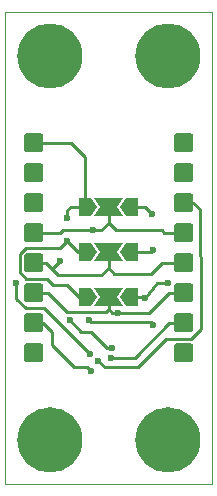
<source format=gbl>
G04 #@! TF.GenerationSoftware,KiCad,Pcbnew,(5.1.5-0-10_14)*
G04 #@! TF.CreationDate,2020-04-10T20:26:08+03:00*
G04 #@! TF.ProjectId,connector-breakout-a1,636f6e6e-6563-4746-9f72-2d627265616b,rev?*
G04 #@! TF.SameCoordinates,Original*
G04 #@! TF.FileFunction,Copper,L2,Bot*
G04 #@! TF.FilePolarity,Positive*
%FSLAX46Y46*%
G04 Gerber Fmt 4.6, Leading zero omitted, Abs format (unit mm)*
G04 Created by KiCad (PCBNEW (5.1.5-0-10_14)) date 2020-04-10 20:26:08*
%MOMM*%
%LPD*%
G04 APERTURE LIST*
%ADD10C,0.010000*%
%ADD11C,0.100000*%
%ADD12C,5.500000*%
%ADD13C,0.700000*%
%ADD14C,0.600000*%
%ADD15C,0.250000*%
G04 APERTURE END LIST*
D10*
X100749999Y-110990000D02*
X83250001Y-110990000D01*
X83250001Y-110990000D02*
X83250000Y-70990000D01*
X100750001Y-70990000D02*
X100749999Y-110990000D01*
X83250000Y-70990000D02*
X100750000Y-70990000D01*
G04 #@! TA.AperFunction,ComponentPad*
D11*
G36*
X86269603Y-99080963D02*
G01*
X86289018Y-99083843D01*
X86308057Y-99088612D01*
X86326537Y-99095224D01*
X86344279Y-99103616D01*
X86361114Y-99113706D01*
X86376879Y-99125398D01*
X86391421Y-99138579D01*
X86404602Y-99153121D01*
X86416294Y-99168886D01*
X86426384Y-99185721D01*
X86434776Y-99203463D01*
X86441388Y-99221943D01*
X86446157Y-99240982D01*
X86449037Y-99260397D01*
X86450000Y-99280000D01*
X86450000Y-100480000D01*
X86449037Y-100499603D01*
X86446157Y-100519018D01*
X86441388Y-100538057D01*
X86434776Y-100556537D01*
X86426384Y-100574279D01*
X86416294Y-100591114D01*
X86404602Y-100606879D01*
X86391421Y-100621421D01*
X86376879Y-100634602D01*
X86361114Y-100646294D01*
X86344279Y-100656384D01*
X86326537Y-100664776D01*
X86308057Y-100671388D01*
X86289018Y-100676157D01*
X86269603Y-100679037D01*
X86250000Y-100680000D01*
X85050000Y-100680000D01*
X85030397Y-100679037D01*
X85010982Y-100676157D01*
X84991943Y-100671388D01*
X84973463Y-100664776D01*
X84955721Y-100656384D01*
X84938886Y-100646294D01*
X84923121Y-100634602D01*
X84908579Y-100621421D01*
X84895398Y-100606879D01*
X84883706Y-100591114D01*
X84873616Y-100574279D01*
X84865224Y-100556537D01*
X84858612Y-100538057D01*
X84853843Y-100519018D01*
X84850963Y-100499603D01*
X84850000Y-100480000D01*
X84850000Y-99280000D01*
X84850963Y-99260397D01*
X84853843Y-99240982D01*
X84858612Y-99221943D01*
X84865224Y-99203463D01*
X84873616Y-99185721D01*
X84883706Y-99168886D01*
X84895398Y-99153121D01*
X84908579Y-99138579D01*
X84923121Y-99125398D01*
X84938886Y-99113706D01*
X84955721Y-99103616D01*
X84973463Y-99095224D01*
X84991943Y-99088612D01*
X85010982Y-99083843D01*
X85030397Y-99080963D01*
X85050000Y-99080000D01*
X86250000Y-99080000D01*
X86269603Y-99080963D01*
G37*
G04 #@! TD.AperFunction*
G04 #@! TA.AperFunction,ComponentPad*
G36*
X86269603Y-96540963D02*
G01*
X86289018Y-96543843D01*
X86308057Y-96548612D01*
X86326537Y-96555224D01*
X86344279Y-96563616D01*
X86361114Y-96573706D01*
X86376879Y-96585398D01*
X86391421Y-96598579D01*
X86404602Y-96613121D01*
X86416294Y-96628886D01*
X86426384Y-96645721D01*
X86434776Y-96663463D01*
X86441388Y-96681943D01*
X86446157Y-96700982D01*
X86449037Y-96720397D01*
X86450000Y-96740000D01*
X86450000Y-97940000D01*
X86449037Y-97959603D01*
X86446157Y-97979018D01*
X86441388Y-97998057D01*
X86434776Y-98016537D01*
X86426384Y-98034279D01*
X86416294Y-98051114D01*
X86404602Y-98066879D01*
X86391421Y-98081421D01*
X86376879Y-98094602D01*
X86361114Y-98106294D01*
X86344279Y-98116384D01*
X86326537Y-98124776D01*
X86308057Y-98131388D01*
X86289018Y-98136157D01*
X86269603Y-98139037D01*
X86250000Y-98140000D01*
X85050000Y-98140000D01*
X85030397Y-98139037D01*
X85010982Y-98136157D01*
X84991943Y-98131388D01*
X84973463Y-98124776D01*
X84955721Y-98116384D01*
X84938886Y-98106294D01*
X84923121Y-98094602D01*
X84908579Y-98081421D01*
X84895398Y-98066879D01*
X84883706Y-98051114D01*
X84873616Y-98034279D01*
X84865224Y-98016537D01*
X84858612Y-97998057D01*
X84853843Y-97979018D01*
X84850963Y-97959603D01*
X84850000Y-97940000D01*
X84850000Y-96740000D01*
X84850963Y-96720397D01*
X84853843Y-96700982D01*
X84858612Y-96681943D01*
X84865224Y-96663463D01*
X84873616Y-96645721D01*
X84883706Y-96628886D01*
X84895398Y-96613121D01*
X84908579Y-96598579D01*
X84923121Y-96585398D01*
X84938886Y-96573706D01*
X84955721Y-96563616D01*
X84973463Y-96555224D01*
X84991943Y-96548612D01*
X85010982Y-96543843D01*
X85030397Y-96540963D01*
X85050000Y-96540000D01*
X86250000Y-96540000D01*
X86269603Y-96540963D01*
G37*
G04 #@! TD.AperFunction*
G04 #@! TA.AperFunction,ComponentPad*
G36*
X86269603Y-94000963D02*
G01*
X86289018Y-94003843D01*
X86308057Y-94008612D01*
X86326537Y-94015224D01*
X86344279Y-94023616D01*
X86361114Y-94033706D01*
X86376879Y-94045398D01*
X86391421Y-94058579D01*
X86404602Y-94073121D01*
X86416294Y-94088886D01*
X86426384Y-94105721D01*
X86434776Y-94123463D01*
X86441388Y-94141943D01*
X86446157Y-94160982D01*
X86449037Y-94180397D01*
X86450000Y-94200000D01*
X86450000Y-95400000D01*
X86449037Y-95419603D01*
X86446157Y-95439018D01*
X86441388Y-95458057D01*
X86434776Y-95476537D01*
X86426384Y-95494279D01*
X86416294Y-95511114D01*
X86404602Y-95526879D01*
X86391421Y-95541421D01*
X86376879Y-95554602D01*
X86361114Y-95566294D01*
X86344279Y-95576384D01*
X86326537Y-95584776D01*
X86308057Y-95591388D01*
X86289018Y-95596157D01*
X86269603Y-95599037D01*
X86250000Y-95600000D01*
X85050000Y-95600000D01*
X85030397Y-95599037D01*
X85010982Y-95596157D01*
X84991943Y-95591388D01*
X84973463Y-95584776D01*
X84955721Y-95576384D01*
X84938886Y-95566294D01*
X84923121Y-95554602D01*
X84908579Y-95541421D01*
X84895398Y-95526879D01*
X84883706Y-95511114D01*
X84873616Y-95494279D01*
X84865224Y-95476537D01*
X84858612Y-95458057D01*
X84853843Y-95439018D01*
X84850963Y-95419603D01*
X84850000Y-95400000D01*
X84850000Y-94200000D01*
X84850963Y-94180397D01*
X84853843Y-94160982D01*
X84858612Y-94141943D01*
X84865224Y-94123463D01*
X84873616Y-94105721D01*
X84883706Y-94088886D01*
X84895398Y-94073121D01*
X84908579Y-94058579D01*
X84923121Y-94045398D01*
X84938886Y-94033706D01*
X84955721Y-94023616D01*
X84973463Y-94015224D01*
X84991943Y-94008612D01*
X85010982Y-94003843D01*
X85030397Y-94000963D01*
X85050000Y-94000000D01*
X86250000Y-94000000D01*
X86269603Y-94000963D01*
G37*
G04 #@! TD.AperFunction*
G04 #@! TA.AperFunction,ComponentPad*
G36*
X86269603Y-91460963D02*
G01*
X86289018Y-91463843D01*
X86308057Y-91468612D01*
X86326537Y-91475224D01*
X86344279Y-91483616D01*
X86361114Y-91493706D01*
X86376879Y-91505398D01*
X86391421Y-91518579D01*
X86404602Y-91533121D01*
X86416294Y-91548886D01*
X86426384Y-91565721D01*
X86434776Y-91583463D01*
X86441388Y-91601943D01*
X86446157Y-91620982D01*
X86449037Y-91640397D01*
X86450000Y-91660000D01*
X86450000Y-92860000D01*
X86449037Y-92879603D01*
X86446157Y-92899018D01*
X86441388Y-92918057D01*
X86434776Y-92936537D01*
X86426384Y-92954279D01*
X86416294Y-92971114D01*
X86404602Y-92986879D01*
X86391421Y-93001421D01*
X86376879Y-93014602D01*
X86361114Y-93026294D01*
X86344279Y-93036384D01*
X86326537Y-93044776D01*
X86308057Y-93051388D01*
X86289018Y-93056157D01*
X86269603Y-93059037D01*
X86250000Y-93060000D01*
X85050000Y-93060000D01*
X85030397Y-93059037D01*
X85010982Y-93056157D01*
X84991943Y-93051388D01*
X84973463Y-93044776D01*
X84955721Y-93036384D01*
X84938886Y-93026294D01*
X84923121Y-93014602D01*
X84908579Y-93001421D01*
X84895398Y-92986879D01*
X84883706Y-92971114D01*
X84873616Y-92954279D01*
X84865224Y-92936537D01*
X84858612Y-92918057D01*
X84853843Y-92899018D01*
X84850963Y-92879603D01*
X84850000Y-92860000D01*
X84850000Y-91660000D01*
X84850963Y-91640397D01*
X84853843Y-91620982D01*
X84858612Y-91601943D01*
X84865224Y-91583463D01*
X84873616Y-91565721D01*
X84883706Y-91548886D01*
X84895398Y-91533121D01*
X84908579Y-91518579D01*
X84923121Y-91505398D01*
X84938886Y-91493706D01*
X84955721Y-91483616D01*
X84973463Y-91475224D01*
X84991943Y-91468612D01*
X85010982Y-91463843D01*
X85030397Y-91460963D01*
X85050000Y-91460000D01*
X86250000Y-91460000D01*
X86269603Y-91460963D01*
G37*
G04 #@! TD.AperFunction*
G04 #@! TA.AperFunction,ComponentPad*
G36*
X86269603Y-88920963D02*
G01*
X86289018Y-88923843D01*
X86308057Y-88928612D01*
X86326537Y-88935224D01*
X86344279Y-88943616D01*
X86361114Y-88953706D01*
X86376879Y-88965398D01*
X86391421Y-88978579D01*
X86404602Y-88993121D01*
X86416294Y-89008886D01*
X86426384Y-89025721D01*
X86434776Y-89043463D01*
X86441388Y-89061943D01*
X86446157Y-89080982D01*
X86449037Y-89100397D01*
X86450000Y-89120000D01*
X86450000Y-90320000D01*
X86449037Y-90339603D01*
X86446157Y-90359018D01*
X86441388Y-90378057D01*
X86434776Y-90396537D01*
X86426384Y-90414279D01*
X86416294Y-90431114D01*
X86404602Y-90446879D01*
X86391421Y-90461421D01*
X86376879Y-90474602D01*
X86361114Y-90486294D01*
X86344279Y-90496384D01*
X86326537Y-90504776D01*
X86308057Y-90511388D01*
X86289018Y-90516157D01*
X86269603Y-90519037D01*
X86250000Y-90520000D01*
X85050000Y-90520000D01*
X85030397Y-90519037D01*
X85010982Y-90516157D01*
X84991943Y-90511388D01*
X84973463Y-90504776D01*
X84955721Y-90496384D01*
X84938886Y-90486294D01*
X84923121Y-90474602D01*
X84908579Y-90461421D01*
X84895398Y-90446879D01*
X84883706Y-90431114D01*
X84873616Y-90414279D01*
X84865224Y-90396537D01*
X84858612Y-90378057D01*
X84853843Y-90359018D01*
X84850963Y-90339603D01*
X84850000Y-90320000D01*
X84850000Y-89120000D01*
X84850963Y-89100397D01*
X84853843Y-89080982D01*
X84858612Y-89061943D01*
X84865224Y-89043463D01*
X84873616Y-89025721D01*
X84883706Y-89008886D01*
X84895398Y-88993121D01*
X84908579Y-88978579D01*
X84923121Y-88965398D01*
X84938886Y-88953706D01*
X84955721Y-88943616D01*
X84973463Y-88935224D01*
X84991943Y-88928612D01*
X85010982Y-88923843D01*
X85030397Y-88920963D01*
X85050000Y-88920000D01*
X86250000Y-88920000D01*
X86269603Y-88920963D01*
G37*
G04 #@! TD.AperFunction*
G04 #@! TA.AperFunction,ComponentPad*
G36*
X86269603Y-86380963D02*
G01*
X86289018Y-86383843D01*
X86308057Y-86388612D01*
X86326537Y-86395224D01*
X86344279Y-86403616D01*
X86361114Y-86413706D01*
X86376879Y-86425398D01*
X86391421Y-86438579D01*
X86404602Y-86453121D01*
X86416294Y-86468886D01*
X86426384Y-86485721D01*
X86434776Y-86503463D01*
X86441388Y-86521943D01*
X86446157Y-86540982D01*
X86449037Y-86560397D01*
X86450000Y-86580000D01*
X86450000Y-87780000D01*
X86449037Y-87799603D01*
X86446157Y-87819018D01*
X86441388Y-87838057D01*
X86434776Y-87856537D01*
X86426384Y-87874279D01*
X86416294Y-87891114D01*
X86404602Y-87906879D01*
X86391421Y-87921421D01*
X86376879Y-87934602D01*
X86361114Y-87946294D01*
X86344279Y-87956384D01*
X86326537Y-87964776D01*
X86308057Y-87971388D01*
X86289018Y-87976157D01*
X86269603Y-87979037D01*
X86250000Y-87980000D01*
X85050000Y-87980000D01*
X85030397Y-87979037D01*
X85010982Y-87976157D01*
X84991943Y-87971388D01*
X84973463Y-87964776D01*
X84955721Y-87956384D01*
X84938886Y-87946294D01*
X84923121Y-87934602D01*
X84908579Y-87921421D01*
X84895398Y-87906879D01*
X84883706Y-87891114D01*
X84873616Y-87874279D01*
X84865224Y-87856537D01*
X84858612Y-87838057D01*
X84853843Y-87819018D01*
X84850963Y-87799603D01*
X84850000Y-87780000D01*
X84850000Y-86580000D01*
X84850963Y-86560397D01*
X84853843Y-86540982D01*
X84858612Y-86521943D01*
X84865224Y-86503463D01*
X84873616Y-86485721D01*
X84883706Y-86468886D01*
X84895398Y-86453121D01*
X84908579Y-86438579D01*
X84923121Y-86425398D01*
X84938886Y-86413706D01*
X84955721Y-86403616D01*
X84973463Y-86395224D01*
X84991943Y-86388612D01*
X85010982Y-86383843D01*
X85030397Y-86380963D01*
X85050000Y-86380000D01*
X86250000Y-86380000D01*
X86269603Y-86380963D01*
G37*
G04 #@! TD.AperFunction*
G04 #@! TA.AperFunction,ComponentPad*
G36*
X86269603Y-83840963D02*
G01*
X86289018Y-83843843D01*
X86308057Y-83848612D01*
X86326537Y-83855224D01*
X86344279Y-83863616D01*
X86361114Y-83873706D01*
X86376879Y-83885398D01*
X86391421Y-83898579D01*
X86404602Y-83913121D01*
X86416294Y-83928886D01*
X86426384Y-83945721D01*
X86434776Y-83963463D01*
X86441388Y-83981943D01*
X86446157Y-84000982D01*
X86449037Y-84020397D01*
X86450000Y-84040000D01*
X86450000Y-85240000D01*
X86449037Y-85259603D01*
X86446157Y-85279018D01*
X86441388Y-85298057D01*
X86434776Y-85316537D01*
X86426384Y-85334279D01*
X86416294Y-85351114D01*
X86404602Y-85366879D01*
X86391421Y-85381421D01*
X86376879Y-85394602D01*
X86361114Y-85406294D01*
X86344279Y-85416384D01*
X86326537Y-85424776D01*
X86308057Y-85431388D01*
X86289018Y-85436157D01*
X86269603Y-85439037D01*
X86250000Y-85440000D01*
X85050000Y-85440000D01*
X85030397Y-85439037D01*
X85010982Y-85436157D01*
X84991943Y-85431388D01*
X84973463Y-85424776D01*
X84955721Y-85416384D01*
X84938886Y-85406294D01*
X84923121Y-85394602D01*
X84908579Y-85381421D01*
X84895398Y-85366879D01*
X84883706Y-85351114D01*
X84873616Y-85334279D01*
X84865224Y-85316537D01*
X84858612Y-85298057D01*
X84853843Y-85279018D01*
X84850963Y-85259603D01*
X84850000Y-85240000D01*
X84850000Y-84040000D01*
X84850963Y-84020397D01*
X84853843Y-84000982D01*
X84858612Y-83981943D01*
X84865224Y-83963463D01*
X84873616Y-83945721D01*
X84883706Y-83928886D01*
X84895398Y-83913121D01*
X84908579Y-83898579D01*
X84923121Y-83885398D01*
X84938886Y-83873706D01*
X84955721Y-83863616D01*
X84973463Y-83855224D01*
X84991943Y-83848612D01*
X85010982Y-83843843D01*
X85030397Y-83840963D01*
X85050000Y-83840000D01*
X86250000Y-83840000D01*
X86269603Y-83840963D01*
G37*
G04 #@! TD.AperFunction*
G04 #@! TA.AperFunction,ComponentPad*
G36*
X86269603Y-81300963D02*
G01*
X86289018Y-81303843D01*
X86308057Y-81308612D01*
X86326537Y-81315224D01*
X86344279Y-81323616D01*
X86361114Y-81333706D01*
X86376879Y-81345398D01*
X86391421Y-81358579D01*
X86404602Y-81373121D01*
X86416294Y-81388886D01*
X86426384Y-81405721D01*
X86434776Y-81423463D01*
X86441388Y-81441943D01*
X86446157Y-81460982D01*
X86449037Y-81480397D01*
X86450000Y-81500000D01*
X86450000Y-82700000D01*
X86449037Y-82719603D01*
X86446157Y-82739018D01*
X86441388Y-82758057D01*
X86434776Y-82776537D01*
X86426384Y-82794279D01*
X86416294Y-82811114D01*
X86404602Y-82826879D01*
X86391421Y-82841421D01*
X86376879Y-82854602D01*
X86361114Y-82866294D01*
X86344279Y-82876384D01*
X86326537Y-82884776D01*
X86308057Y-82891388D01*
X86289018Y-82896157D01*
X86269603Y-82899037D01*
X86250000Y-82900000D01*
X85050000Y-82900000D01*
X85030397Y-82899037D01*
X85010982Y-82896157D01*
X84991943Y-82891388D01*
X84973463Y-82884776D01*
X84955721Y-82876384D01*
X84938886Y-82866294D01*
X84923121Y-82854602D01*
X84908579Y-82841421D01*
X84895398Y-82826879D01*
X84883706Y-82811114D01*
X84873616Y-82794279D01*
X84865224Y-82776537D01*
X84858612Y-82758057D01*
X84853843Y-82739018D01*
X84850963Y-82719603D01*
X84850000Y-82700000D01*
X84850000Y-81500000D01*
X84850963Y-81480397D01*
X84853843Y-81460982D01*
X84858612Y-81441943D01*
X84865224Y-81423463D01*
X84873616Y-81405721D01*
X84883706Y-81388886D01*
X84895398Y-81373121D01*
X84908579Y-81358579D01*
X84923121Y-81345398D01*
X84938886Y-81333706D01*
X84955721Y-81323616D01*
X84973463Y-81315224D01*
X84991943Y-81308612D01*
X85010982Y-81303843D01*
X85030397Y-81300963D01*
X85050000Y-81300000D01*
X86250000Y-81300000D01*
X86269603Y-81300963D01*
G37*
G04 #@! TD.AperFunction*
G04 #@! TA.AperFunction,ComponentPad*
G36*
X98969603Y-99080963D02*
G01*
X98989018Y-99083843D01*
X99008057Y-99088612D01*
X99026537Y-99095224D01*
X99044279Y-99103616D01*
X99061114Y-99113706D01*
X99076879Y-99125398D01*
X99091421Y-99138579D01*
X99104602Y-99153121D01*
X99116294Y-99168886D01*
X99126384Y-99185721D01*
X99134776Y-99203463D01*
X99141388Y-99221943D01*
X99146157Y-99240982D01*
X99149037Y-99260397D01*
X99150000Y-99280000D01*
X99150000Y-100480000D01*
X99149037Y-100499603D01*
X99146157Y-100519018D01*
X99141388Y-100538057D01*
X99134776Y-100556537D01*
X99126384Y-100574279D01*
X99116294Y-100591114D01*
X99104602Y-100606879D01*
X99091421Y-100621421D01*
X99076879Y-100634602D01*
X99061114Y-100646294D01*
X99044279Y-100656384D01*
X99026537Y-100664776D01*
X99008057Y-100671388D01*
X98989018Y-100676157D01*
X98969603Y-100679037D01*
X98950000Y-100680000D01*
X97750000Y-100680000D01*
X97730397Y-100679037D01*
X97710982Y-100676157D01*
X97691943Y-100671388D01*
X97673463Y-100664776D01*
X97655721Y-100656384D01*
X97638886Y-100646294D01*
X97623121Y-100634602D01*
X97608579Y-100621421D01*
X97595398Y-100606879D01*
X97583706Y-100591114D01*
X97573616Y-100574279D01*
X97565224Y-100556537D01*
X97558612Y-100538057D01*
X97553843Y-100519018D01*
X97550963Y-100499603D01*
X97550000Y-100480000D01*
X97550000Y-99280000D01*
X97550963Y-99260397D01*
X97553843Y-99240982D01*
X97558612Y-99221943D01*
X97565224Y-99203463D01*
X97573616Y-99185721D01*
X97583706Y-99168886D01*
X97595398Y-99153121D01*
X97608579Y-99138579D01*
X97623121Y-99125398D01*
X97638886Y-99113706D01*
X97655721Y-99103616D01*
X97673463Y-99095224D01*
X97691943Y-99088612D01*
X97710982Y-99083843D01*
X97730397Y-99080963D01*
X97750000Y-99080000D01*
X98950000Y-99080000D01*
X98969603Y-99080963D01*
G37*
G04 #@! TD.AperFunction*
G04 #@! TA.AperFunction,ComponentPad*
G36*
X98969603Y-96540963D02*
G01*
X98989018Y-96543843D01*
X99008057Y-96548612D01*
X99026537Y-96555224D01*
X99044279Y-96563616D01*
X99061114Y-96573706D01*
X99076879Y-96585398D01*
X99091421Y-96598579D01*
X99104602Y-96613121D01*
X99116294Y-96628886D01*
X99126384Y-96645721D01*
X99134776Y-96663463D01*
X99141388Y-96681943D01*
X99146157Y-96700982D01*
X99149037Y-96720397D01*
X99150000Y-96740000D01*
X99150000Y-97940000D01*
X99149037Y-97959603D01*
X99146157Y-97979018D01*
X99141388Y-97998057D01*
X99134776Y-98016537D01*
X99126384Y-98034279D01*
X99116294Y-98051114D01*
X99104602Y-98066879D01*
X99091421Y-98081421D01*
X99076879Y-98094602D01*
X99061114Y-98106294D01*
X99044279Y-98116384D01*
X99026537Y-98124776D01*
X99008057Y-98131388D01*
X98989018Y-98136157D01*
X98969603Y-98139037D01*
X98950000Y-98140000D01*
X97750000Y-98140000D01*
X97730397Y-98139037D01*
X97710982Y-98136157D01*
X97691943Y-98131388D01*
X97673463Y-98124776D01*
X97655721Y-98116384D01*
X97638886Y-98106294D01*
X97623121Y-98094602D01*
X97608579Y-98081421D01*
X97595398Y-98066879D01*
X97583706Y-98051114D01*
X97573616Y-98034279D01*
X97565224Y-98016537D01*
X97558612Y-97998057D01*
X97553843Y-97979018D01*
X97550963Y-97959603D01*
X97550000Y-97940000D01*
X97550000Y-96740000D01*
X97550963Y-96720397D01*
X97553843Y-96700982D01*
X97558612Y-96681943D01*
X97565224Y-96663463D01*
X97573616Y-96645721D01*
X97583706Y-96628886D01*
X97595398Y-96613121D01*
X97608579Y-96598579D01*
X97623121Y-96585398D01*
X97638886Y-96573706D01*
X97655721Y-96563616D01*
X97673463Y-96555224D01*
X97691943Y-96548612D01*
X97710982Y-96543843D01*
X97730397Y-96540963D01*
X97750000Y-96540000D01*
X98950000Y-96540000D01*
X98969603Y-96540963D01*
G37*
G04 #@! TD.AperFunction*
G04 #@! TA.AperFunction,ComponentPad*
G36*
X98969603Y-94000963D02*
G01*
X98989018Y-94003843D01*
X99008057Y-94008612D01*
X99026537Y-94015224D01*
X99044279Y-94023616D01*
X99061114Y-94033706D01*
X99076879Y-94045398D01*
X99091421Y-94058579D01*
X99104602Y-94073121D01*
X99116294Y-94088886D01*
X99126384Y-94105721D01*
X99134776Y-94123463D01*
X99141388Y-94141943D01*
X99146157Y-94160982D01*
X99149037Y-94180397D01*
X99150000Y-94200000D01*
X99150000Y-95400000D01*
X99149037Y-95419603D01*
X99146157Y-95439018D01*
X99141388Y-95458057D01*
X99134776Y-95476537D01*
X99126384Y-95494279D01*
X99116294Y-95511114D01*
X99104602Y-95526879D01*
X99091421Y-95541421D01*
X99076879Y-95554602D01*
X99061114Y-95566294D01*
X99044279Y-95576384D01*
X99026537Y-95584776D01*
X99008057Y-95591388D01*
X98989018Y-95596157D01*
X98969603Y-95599037D01*
X98950000Y-95600000D01*
X97750000Y-95600000D01*
X97730397Y-95599037D01*
X97710982Y-95596157D01*
X97691943Y-95591388D01*
X97673463Y-95584776D01*
X97655721Y-95576384D01*
X97638886Y-95566294D01*
X97623121Y-95554602D01*
X97608579Y-95541421D01*
X97595398Y-95526879D01*
X97583706Y-95511114D01*
X97573616Y-95494279D01*
X97565224Y-95476537D01*
X97558612Y-95458057D01*
X97553843Y-95439018D01*
X97550963Y-95419603D01*
X97550000Y-95400000D01*
X97550000Y-94200000D01*
X97550963Y-94180397D01*
X97553843Y-94160982D01*
X97558612Y-94141943D01*
X97565224Y-94123463D01*
X97573616Y-94105721D01*
X97583706Y-94088886D01*
X97595398Y-94073121D01*
X97608579Y-94058579D01*
X97623121Y-94045398D01*
X97638886Y-94033706D01*
X97655721Y-94023616D01*
X97673463Y-94015224D01*
X97691943Y-94008612D01*
X97710982Y-94003843D01*
X97730397Y-94000963D01*
X97750000Y-94000000D01*
X98950000Y-94000000D01*
X98969603Y-94000963D01*
G37*
G04 #@! TD.AperFunction*
G04 #@! TA.AperFunction,ComponentPad*
G36*
X98969603Y-91460963D02*
G01*
X98989018Y-91463843D01*
X99008057Y-91468612D01*
X99026537Y-91475224D01*
X99044279Y-91483616D01*
X99061114Y-91493706D01*
X99076879Y-91505398D01*
X99091421Y-91518579D01*
X99104602Y-91533121D01*
X99116294Y-91548886D01*
X99126384Y-91565721D01*
X99134776Y-91583463D01*
X99141388Y-91601943D01*
X99146157Y-91620982D01*
X99149037Y-91640397D01*
X99150000Y-91660000D01*
X99150000Y-92860000D01*
X99149037Y-92879603D01*
X99146157Y-92899018D01*
X99141388Y-92918057D01*
X99134776Y-92936537D01*
X99126384Y-92954279D01*
X99116294Y-92971114D01*
X99104602Y-92986879D01*
X99091421Y-93001421D01*
X99076879Y-93014602D01*
X99061114Y-93026294D01*
X99044279Y-93036384D01*
X99026537Y-93044776D01*
X99008057Y-93051388D01*
X98989018Y-93056157D01*
X98969603Y-93059037D01*
X98950000Y-93060000D01*
X97750000Y-93060000D01*
X97730397Y-93059037D01*
X97710982Y-93056157D01*
X97691943Y-93051388D01*
X97673463Y-93044776D01*
X97655721Y-93036384D01*
X97638886Y-93026294D01*
X97623121Y-93014602D01*
X97608579Y-93001421D01*
X97595398Y-92986879D01*
X97583706Y-92971114D01*
X97573616Y-92954279D01*
X97565224Y-92936537D01*
X97558612Y-92918057D01*
X97553843Y-92899018D01*
X97550963Y-92879603D01*
X97550000Y-92860000D01*
X97550000Y-91660000D01*
X97550963Y-91640397D01*
X97553843Y-91620982D01*
X97558612Y-91601943D01*
X97565224Y-91583463D01*
X97573616Y-91565721D01*
X97583706Y-91548886D01*
X97595398Y-91533121D01*
X97608579Y-91518579D01*
X97623121Y-91505398D01*
X97638886Y-91493706D01*
X97655721Y-91483616D01*
X97673463Y-91475224D01*
X97691943Y-91468612D01*
X97710982Y-91463843D01*
X97730397Y-91460963D01*
X97750000Y-91460000D01*
X98950000Y-91460000D01*
X98969603Y-91460963D01*
G37*
G04 #@! TD.AperFunction*
G04 #@! TA.AperFunction,ComponentPad*
G36*
X98969603Y-88920963D02*
G01*
X98989018Y-88923843D01*
X99008057Y-88928612D01*
X99026537Y-88935224D01*
X99044279Y-88943616D01*
X99061114Y-88953706D01*
X99076879Y-88965398D01*
X99091421Y-88978579D01*
X99104602Y-88993121D01*
X99116294Y-89008886D01*
X99126384Y-89025721D01*
X99134776Y-89043463D01*
X99141388Y-89061943D01*
X99146157Y-89080982D01*
X99149037Y-89100397D01*
X99150000Y-89120000D01*
X99150000Y-90320000D01*
X99149037Y-90339603D01*
X99146157Y-90359018D01*
X99141388Y-90378057D01*
X99134776Y-90396537D01*
X99126384Y-90414279D01*
X99116294Y-90431114D01*
X99104602Y-90446879D01*
X99091421Y-90461421D01*
X99076879Y-90474602D01*
X99061114Y-90486294D01*
X99044279Y-90496384D01*
X99026537Y-90504776D01*
X99008057Y-90511388D01*
X98989018Y-90516157D01*
X98969603Y-90519037D01*
X98950000Y-90520000D01*
X97750000Y-90520000D01*
X97730397Y-90519037D01*
X97710982Y-90516157D01*
X97691943Y-90511388D01*
X97673463Y-90504776D01*
X97655721Y-90496384D01*
X97638886Y-90486294D01*
X97623121Y-90474602D01*
X97608579Y-90461421D01*
X97595398Y-90446879D01*
X97583706Y-90431114D01*
X97573616Y-90414279D01*
X97565224Y-90396537D01*
X97558612Y-90378057D01*
X97553843Y-90359018D01*
X97550963Y-90339603D01*
X97550000Y-90320000D01*
X97550000Y-89120000D01*
X97550963Y-89100397D01*
X97553843Y-89080982D01*
X97558612Y-89061943D01*
X97565224Y-89043463D01*
X97573616Y-89025721D01*
X97583706Y-89008886D01*
X97595398Y-88993121D01*
X97608579Y-88978579D01*
X97623121Y-88965398D01*
X97638886Y-88953706D01*
X97655721Y-88943616D01*
X97673463Y-88935224D01*
X97691943Y-88928612D01*
X97710982Y-88923843D01*
X97730397Y-88920963D01*
X97750000Y-88920000D01*
X98950000Y-88920000D01*
X98969603Y-88920963D01*
G37*
G04 #@! TD.AperFunction*
G04 #@! TA.AperFunction,ComponentPad*
G36*
X98969603Y-86380963D02*
G01*
X98989018Y-86383843D01*
X99008057Y-86388612D01*
X99026537Y-86395224D01*
X99044279Y-86403616D01*
X99061114Y-86413706D01*
X99076879Y-86425398D01*
X99091421Y-86438579D01*
X99104602Y-86453121D01*
X99116294Y-86468886D01*
X99126384Y-86485721D01*
X99134776Y-86503463D01*
X99141388Y-86521943D01*
X99146157Y-86540982D01*
X99149037Y-86560397D01*
X99150000Y-86580000D01*
X99150000Y-87780000D01*
X99149037Y-87799603D01*
X99146157Y-87819018D01*
X99141388Y-87838057D01*
X99134776Y-87856537D01*
X99126384Y-87874279D01*
X99116294Y-87891114D01*
X99104602Y-87906879D01*
X99091421Y-87921421D01*
X99076879Y-87934602D01*
X99061114Y-87946294D01*
X99044279Y-87956384D01*
X99026537Y-87964776D01*
X99008057Y-87971388D01*
X98989018Y-87976157D01*
X98969603Y-87979037D01*
X98950000Y-87980000D01*
X97750000Y-87980000D01*
X97730397Y-87979037D01*
X97710982Y-87976157D01*
X97691943Y-87971388D01*
X97673463Y-87964776D01*
X97655721Y-87956384D01*
X97638886Y-87946294D01*
X97623121Y-87934602D01*
X97608579Y-87921421D01*
X97595398Y-87906879D01*
X97583706Y-87891114D01*
X97573616Y-87874279D01*
X97565224Y-87856537D01*
X97558612Y-87838057D01*
X97553843Y-87819018D01*
X97550963Y-87799603D01*
X97550000Y-87780000D01*
X97550000Y-86580000D01*
X97550963Y-86560397D01*
X97553843Y-86540982D01*
X97558612Y-86521943D01*
X97565224Y-86503463D01*
X97573616Y-86485721D01*
X97583706Y-86468886D01*
X97595398Y-86453121D01*
X97608579Y-86438579D01*
X97623121Y-86425398D01*
X97638886Y-86413706D01*
X97655721Y-86403616D01*
X97673463Y-86395224D01*
X97691943Y-86388612D01*
X97710982Y-86383843D01*
X97730397Y-86380963D01*
X97750000Y-86380000D01*
X98950000Y-86380000D01*
X98969603Y-86380963D01*
G37*
G04 #@! TD.AperFunction*
G04 #@! TA.AperFunction,ComponentPad*
G36*
X98969603Y-83840963D02*
G01*
X98989018Y-83843843D01*
X99008057Y-83848612D01*
X99026537Y-83855224D01*
X99044279Y-83863616D01*
X99061114Y-83873706D01*
X99076879Y-83885398D01*
X99091421Y-83898579D01*
X99104602Y-83913121D01*
X99116294Y-83928886D01*
X99126384Y-83945721D01*
X99134776Y-83963463D01*
X99141388Y-83981943D01*
X99146157Y-84000982D01*
X99149037Y-84020397D01*
X99150000Y-84040000D01*
X99150000Y-85240000D01*
X99149037Y-85259603D01*
X99146157Y-85279018D01*
X99141388Y-85298057D01*
X99134776Y-85316537D01*
X99126384Y-85334279D01*
X99116294Y-85351114D01*
X99104602Y-85366879D01*
X99091421Y-85381421D01*
X99076879Y-85394602D01*
X99061114Y-85406294D01*
X99044279Y-85416384D01*
X99026537Y-85424776D01*
X99008057Y-85431388D01*
X98989018Y-85436157D01*
X98969603Y-85439037D01*
X98950000Y-85440000D01*
X97750000Y-85440000D01*
X97730397Y-85439037D01*
X97710982Y-85436157D01*
X97691943Y-85431388D01*
X97673463Y-85424776D01*
X97655721Y-85416384D01*
X97638886Y-85406294D01*
X97623121Y-85394602D01*
X97608579Y-85381421D01*
X97595398Y-85366879D01*
X97583706Y-85351114D01*
X97573616Y-85334279D01*
X97565224Y-85316537D01*
X97558612Y-85298057D01*
X97553843Y-85279018D01*
X97550963Y-85259603D01*
X97550000Y-85240000D01*
X97550000Y-84040000D01*
X97550963Y-84020397D01*
X97553843Y-84000982D01*
X97558612Y-83981943D01*
X97565224Y-83963463D01*
X97573616Y-83945721D01*
X97583706Y-83928886D01*
X97595398Y-83913121D01*
X97608579Y-83898579D01*
X97623121Y-83885398D01*
X97638886Y-83873706D01*
X97655721Y-83863616D01*
X97673463Y-83855224D01*
X97691943Y-83848612D01*
X97710982Y-83843843D01*
X97730397Y-83840963D01*
X97750000Y-83840000D01*
X98950000Y-83840000D01*
X98969603Y-83840963D01*
G37*
G04 #@! TD.AperFunction*
G04 #@! TA.AperFunction,ComponentPad*
G36*
X98969603Y-81300963D02*
G01*
X98989018Y-81303843D01*
X99008057Y-81308612D01*
X99026537Y-81315224D01*
X99044279Y-81323616D01*
X99061114Y-81333706D01*
X99076879Y-81345398D01*
X99091421Y-81358579D01*
X99104602Y-81373121D01*
X99116294Y-81388886D01*
X99126384Y-81405721D01*
X99134776Y-81423463D01*
X99141388Y-81441943D01*
X99146157Y-81460982D01*
X99149037Y-81480397D01*
X99150000Y-81500000D01*
X99150000Y-82700000D01*
X99149037Y-82719603D01*
X99146157Y-82739018D01*
X99141388Y-82758057D01*
X99134776Y-82776537D01*
X99126384Y-82794279D01*
X99116294Y-82811114D01*
X99104602Y-82826879D01*
X99091421Y-82841421D01*
X99076879Y-82854602D01*
X99061114Y-82866294D01*
X99044279Y-82876384D01*
X99026537Y-82884776D01*
X99008057Y-82891388D01*
X98989018Y-82896157D01*
X98969603Y-82899037D01*
X98950000Y-82900000D01*
X97750000Y-82900000D01*
X97730397Y-82899037D01*
X97710982Y-82896157D01*
X97691943Y-82891388D01*
X97673463Y-82884776D01*
X97655721Y-82876384D01*
X97638886Y-82866294D01*
X97623121Y-82854602D01*
X97608579Y-82841421D01*
X97595398Y-82826879D01*
X97583706Y-82811114D01*
X97573616Y-82794279D01*
X97565224Y-82776537D01*
X97558612Y-82758057D01*
X97553843Y-82739018D01*
X97550963Y-82719603D01*
X97550000Y-82700000D01*
X97550000Y-81500000D01*
X97550963Y-81480397D01*
X97553843Y-81460982D01*
X97558612Y-81441943D01*
X97565224Y-81423463D01*
X97573616Y-81405721D01*
X97583706Y-81388886D01*
X97595398Y-81373121D01*
X97608579Y-81358579D01*
X97623121Y-81345398D01*
X97638886Y-81333706D01*
X97655721Y-81323616D01*
X97673463Y-81315224D01*
X97691943Y-81308612D01*
X97710982Y-81303843D01*
X97730397Y-81300963D01*
X97750000Y-81300000D01*
X98950000Y-81300000D01*
X98969603Y-81300963D01*
G37*
G04 #@! TD.AperFunction*
D12*
X97000000Y-107240000D03*
D13*
X99400000Y-107240000D03*
X98697056Y-108937056D03*
X97000000Y-109640000D03*
X95302944Y-108937056D03*
X94600000Y-107240000D03*
X95302944Y-105542944D03*
X97000000Y-104840000D03*
X98697056Y-105542944D03*
D12*
X87000000Y-107240000D03*
D13*
X89400000Y-107240000D03*
X88697056Y-108937056D03*
X87000000Y-109640000D03*
X85302944Y-108937056D03*
X84600000Y-107240000D03*
X85302944Y-105542944D03*
X87000000Y-104840000D03*
X88697056Y-105542944D03*
D12*
X97000000Y-74740000D03*
D13*
X99400000Y-74740000D03*
X98697056Y-76437056D03*
X97000000Y-77140000D03*
X95302944Y-76437056D03*
X94600000Y-74740000D03*
X95302944Y-73042944D03*
X97000000Y-72340000D03*
X98697056Y-73042944D03*
D12*
X87000000Y-74740000D03*
D13*
X89400000Y-74740000D03*
X88697056Y-76437056D03*
X87000000Y-77140000D03*
X85302944Y-76437056D03*
X84600000Y-74740000D03*
X85302944Y-73042944D03*
X87000000Y-72340000D03*
X88697056Y-73042944D03*
G04 #@! TA.AperFunction,SMDPad,CuDef*
D11*
G36*
X93000000Y-87500000D02*
G01*
X93500000Y-86750000D01*
X94500000Y-86750000D01*
X94500000Y-88250000D01*
X93500000Y-88250000D01*
X93000000Y-87500000D01*
G37*
G04 #@! TD.AperFunction*
G04 #@! TA.AperFunction,Conductor*
G36*
X91300000Y-87500000D02*
G01*
X90800000Y-86750000D01*
X93200000Y-86750000D01*
X92700000Y-87500000D01*
X93200000Y-88250000D01*
X90800000Y-88250000D01*
X91300000Y-87500000D01*
G37*
G04 #@! TD.AperFunction*
G04 #@! TA.AperFunction,SMDPad,CuDef*
G36*
X91000000Y-87500000D02*
G01*
X90500000Y-88250000D01*
X89500000Y-88250000D01*
X89500000Y-86750000D01*
X90500000Y-86750000D01*
X91000000Y-87500000D01*
G37*
G04 #@! TD.AperFunction*
G04 #@! TA.AperFunction,SMDPad,CuDef*
G36*
X91000000Y-91310000D02*
G01*
X90500000Y-92060000D01*
X89500000Y-92060000D01*
X89500000Y-90560000D01*
X90500000Y-90560000D01*
X91000000Y-91310000D01*
G37*
G04 #@! TD.AperFunction*
G04 #@! TA.AperFunction,Conductor*
G36*
X91300000Y-91310000D02*
G01*
X90800000Y-90560000D01*
X93200000Y-90560000D01*
X92700000Y-91310000D01*
X93200000Y-92060000D01*
X90800000Y-92060000D01*
X91300000Y-91310000D01*
G37*
G04 #@! TD.AperFunction*
G04 #@! TA.AperFunction,SMDPad,CuDef*
G36*
X93000000Y-91310000D02*
G01*
X93500000Y-90560000D01*
X94500000Y-90560000D01*
X94500000Y-92060000D01*
X93500000Y-92060000D01*
X93000000Y-91310000D01*
G37*
G04 #@! TD.AperFunction*
G04 #@! TA.AperFunction,SMDPad,CuDef*
G36*
X93000000Y-95120000D02*
G01*
X93500000Y-94370000D01*
X94500000Y-94370000D01*
X94500000Y-95870000D01*
X93500000Y-95870000D01*
X93000000Y-95120000D01*
G37*
G04 #@! TD.AperFunction*
G04 #@! TA.AperFunction,Conductor*
G36*
X91300000Y-95120000D02*
G01*
X90800000Y-94370000D01*
X93200000Y-94370000D01*
X92700000Y-95120000D01*
X93200000Y-95870000D01*
X90800000Y-95870000D01*
X91300000Y-95120000D01*
G37*
G04 #@! TD.AperFunction*
G04 #@! TA.AperFunction,SMDPad,CuDef*
G36*
X91000000Y-95120000D02*
G01*
X90500000Y-95870000D01*
X89500000Y-95870000D01*
X89500000Y-94370000D01*
X90500000Y-94370000D01*
X91000000Y-95120000D01*
G37*
G04 #@! TD.AperFunction*
D14*
X95800000Y-97490000D03*
X90300000Y-97090000D03*
X88500000Y-88490000D03*
X88500000Y-90390000D03*
X90000000Y-91310000D03*
X95800000Y-91190000D03*
X95700000Y-88090000D03*
X97000000Y-93990000D03*
X95100000Y-95190000D03*
X91100000Y-100590000D03*
X90400000Y-99990000D03*
X84200000Y-93990000D03*
X92200000Y-100290000D03*
X90500000Y-101390000D03*
X92800000Y-96490000D03*
X92250000Y-99440000D03*
X88700000Y-97090000D03*
X87900000Y-92090000D03*
X90700000Y-89490000D03*
D15*
X95600000Y-97290000D02*
X95800000Y-97490000D01*
X90500000Y-97290000D02*
X95600000Y-97290000D01*
X90300000Y-97090000D02*
X90500000Y-97290000D01*
X90000000Y-87500000D02*
X90000000Y-83290000D01*
X88810000Y-82100000D02*
X85650000Y-82100000D01*
X90000000Y-83290000D02*
X88810000Y-82100000D01*
X90000000Y-91310000D02*
X89420000Y-91310000D01*
X88790000Y-87500000D02*
X90000000Y-87500000D01*
X88500000Y-87790000D02*
X88790000Y-87500000D01*
X88500000Y-88490000D02*
X88500000Y-87790000D01*
X89420000Y-91310000D02*
X88500000Y-90390000D01*
X89500000Y-95120000D02*
X88470000Y-94090000D01*
X90000000Y-95120000D02*
X89500000Y-95120000D01*
X88470000Y-94090000D02*
X87300000Y-94090000D01*
X87300000Y-94090000D02*
X86800000Y-93590000D01*
X85037522Y-93590000D02*
X84500000Y-93052478D01*
X86800000Y-93590000D02*
X85037522Y-93590000D01*
X84500000Y-91467522D02*
X84977522Y-90990000D01*
X84500000Y-93052478D02*
X84500000Y-91467522D01*
X87900000Y-90990000D02*
X88500000Y-90390000D01*
X84977522Y-90990000D02*
X87900000Y-90990000D01*
X94000000Y-87500000D02*
X95110000Y-87500000D01*
X95680000Y-91310000D02*
X94000000Y-91310000D01*
X95800000Y-91190000D02*
X95680000Y-91310000D01*
X95110000Y-87500000D02*
X95700000Y-88090000D01*
X96100000Y-93990000D02*
X97000000Y-93990000D01*
X94000000Y-95120000D02*
X94970000Y-95120000D01*
X95100000Y-95190000D02*
X96100000Y-93990000D01*
X94970000Y-95120000D02*
X95100000Y-95190000D01*
X99150000Y-87180000D02*
X98350000Y-87180000D01*
X99700000Y-87730000D02*
X99150000Y-87180000D01*
X99700000Y-91690000D02*
X99700000Y-87730000D01*
X99800000Y-91790000D02*
X99700000Y-91690000D01*
X99800000Y-97832478D02*
X99800000Y-91790000D01*
X98942478Y-98690000D02*
X99800000Y-97832478D01*
X96900000Y-98690000D02*
X98942478Y-98690000D01*
X94500001Y-101089999D02*
X96900000Y-98690000D01*
X91100000Y-100590000D02*
X91699999Y-101089999D01*
X91699999Y-101089999D02*
X94500001Y-101089999D01*
X90400000Y-99990000D02*
X87100000Y-96690000D01*
X87100000Y-96690000D02*
X86500000Y-96090000D01*
X84200000Y-95292478D02*
X84200000Y-93990000D01*
X84997522Y-96090000D02*
X84200000Y-95292478D01*
X86500000Y-96090000D02*
X84997522Y-96090000D01*
X98350000Y-97340000D02*
X97150000Y-97340000D01*
X94200000Y-100290000D02*
X92200000Y-100290000D01*
X97150000Y-97340000D02*
X94200000Y-100290000D01*
X86450000Y-97340000D02*
X87200000Y-98090000D01*
X85650000Y-97340000D02*
X86450000Y-97340000D01*
X87200000Y-98090000D02*
X87200000Y-99190000D01*
X90200001Y-101090001D02*
X89100001Y-101090001D01*
X89100001Y-101090001D02*
X87200000Y-99190000D01*
X90500000Y-101390000D02*
X90200001Y-101090001D01*
X92000000Y-95120000D02*
X92000000Y-96190000D01*
X97090000Y-94800000D02*
X98350000Y-94800000D01*
X95400000Y-96490000D02*
X97090000Y-94800000D01*
X92300000Y-96490000D02*
X92800000Y-96490000D01*
X92800000Y-96490000D02*
X95400000Y-96490000D01*
X92000000Y-96190000D02*
X92300000Y-96490000D01*
X85650000Y-94800000D02*
X86910000Y-94800000D01*
X91800000Y-96390000D02*
X92000000Y-96190000D01*
X88500000Y-96390000D02*
X91800000Y-96390000D01*
X86910000Y-94800000D02*
X88500000Y-96390000D01*
X98350000Y-92260000D02*
X96530000Y-92260000D01*
X92000000Y-92690000D02*
X92000000Y-91310000D01*
X92500000Y-93190000D02*
X92000000Y-92690000D01*
X95600000Y-93190000D02*
X92500000Y-93190000D01*
X96530000Y-92260000D02*
X95600000Y-93190000D01*
X85650000Y-92260000D02*
X86670000Y-92260000D01*
X91400000Y-93290000D02*
X92000000Y-92690000D01*
X87700000Y-93290000D02*
X91400000Y-93290000D01*
X91825736Y-99440000D02*
X90475736Y-98090000D01*
X92250000Y-99440000D02*
X91825736Y-99440000D01*
X90475736Y-98090000D02*
X89700000Y-98090000D01*
X89700000Y-98090000D02*
X88700000Y-97090000D01*
X87900000Y-92090000D02*
X87200000Y-92790000D01*
X87200000Y-92790000D02*
X87700000Y-93290000D01*
X86670000Y-92260000D02*
X87200000Y-92790000D01*
X92000000Y-87500000D02*
X92000000Y-88890000D01*
X96730000Y-89720000D02*
X98350000Y-89720000D01*
X96500000Y-89490000D02*
X96730000Y-89720000D01*
X92600000Y-89490000D02*
X96500000Y-89490000D01*
X92000000Y-88890000D02*
X92600000Y-89490000D01*
X85650000Y-89720000D02*
X87870000Y-89720000D01*
X91400000Y-89490000D02*
X92000000Y-88890000D01*
X87870000Y-89720000D02*
X88100000Y-89490000D01*
X90700000Y-89490000D02*
X91400000Y-89490000D01*
X88100000Y-89490000D02*
X90700000Y-89490000D01*
M02*

</source>
